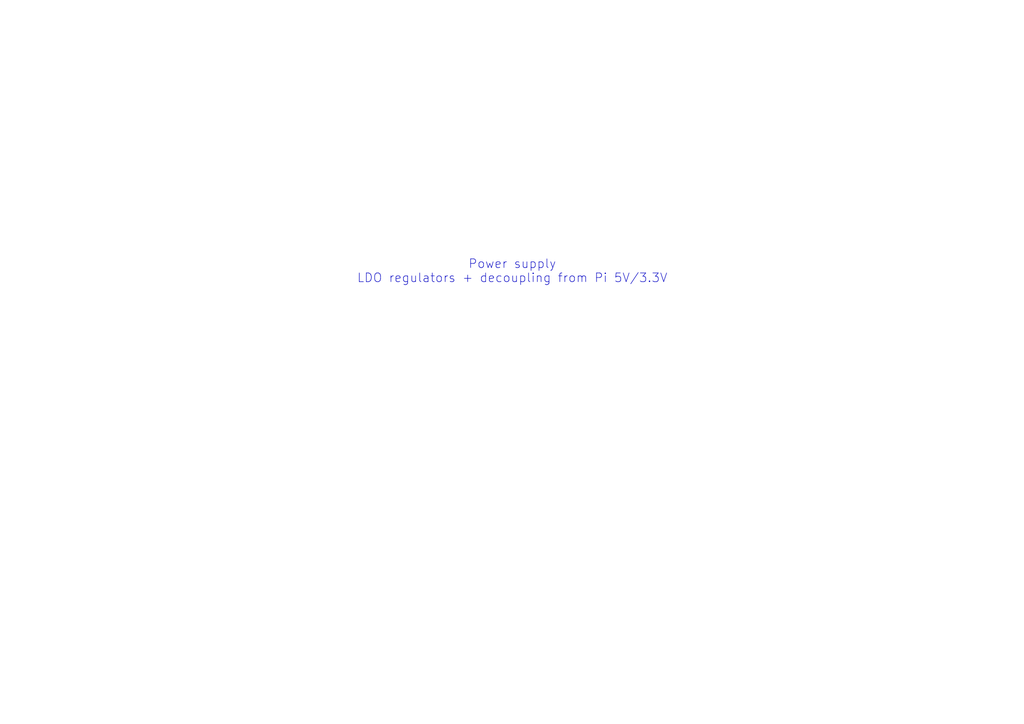
<source format=kicad_sch>
(kicad_sch
	(version 20250114)
	(generator "eeschema")
	(generator_version "9.0")
	(uuid "a0000005-0001-0000-0000-000000000001")
	(paper "A4")
	(lib_symbols)
	(text "Power supply\nLDO regulators + decoupling from Pi 5V/3.3V"
		(exclude_from_sim no)
		(at 148.59 78.74 0)
		(effects
			(font
				(size 2.54 2.54)
			)
		)
	)
	(sheet_instances
		(path "/"
			(page "5")
		)
	)
)

</source>
